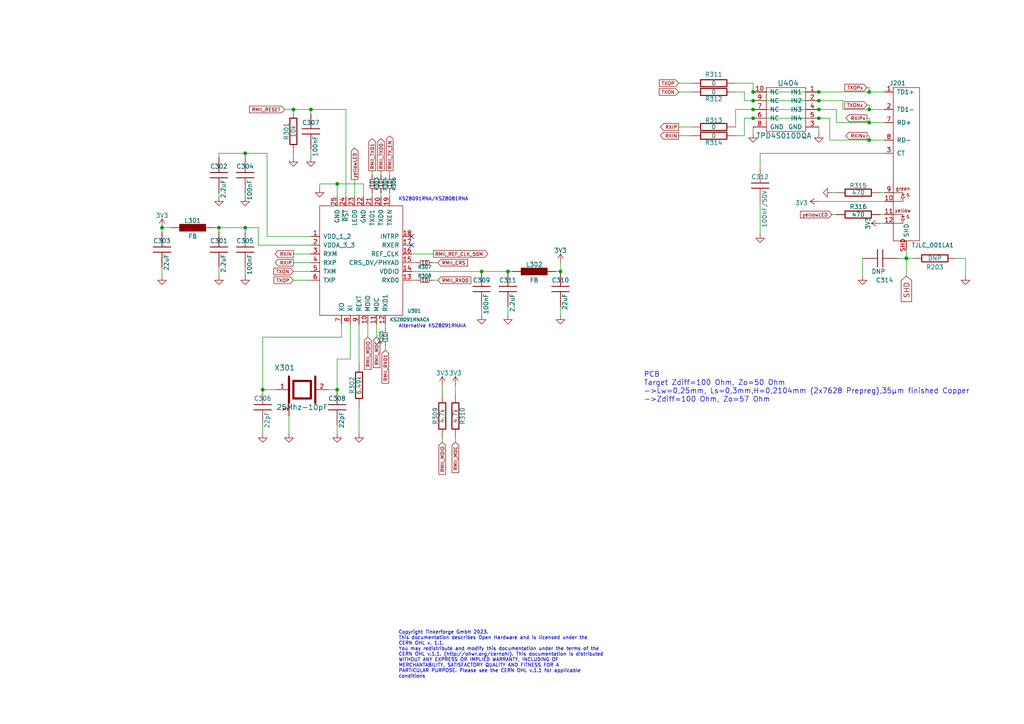
<source format=kicad_sch>
(kicad_sch (version 20230121) (generator eeschema)
  (paper "A4")
  (title_block (title "WARP ESP32 Ethernet Brick") (date "2024-02-01") (rev "1.3") (company "Tinkerforge GmbH") (comment 1 "Licensed under CERN OHL v.1.1") (comment 2 "Copyright (©) 2023, B.Nordmeyer <bastian@tinkerforge.com>"))
  (lib_symbols
    (symbol "C_10" (pin_numbers hide) (pin_names (offset 0.254))
      (property "Reference" "C" (at 1.27 2.54 0))
      (property "Value" "C_10" (at 1.27 -2.54 0))
      (symbol "C_10_0_1"
        (polyline (pts (xy -2.54 -0.762) (xy 2.54 -0.762)) (stroke (width 0.254)))
        (polyline (pts (xy -2.54 0.762) (xy 2.54 0.762)) (stroke (width 0.254)))
      )
      (symbol "C_10_1_1"
        (pin passive line (at 0 5.08 270) (length 4.318) (name "~") (number "1"))
        (pin passive line (at 0 -5.08 90) (length 4.318) (name "~") (number "2"))
      )
    )
    (symbol "C_11" (pin_numbers hide) (pin_names (offset 0.254))
      (property "Reference" "C" (at 1.27 2.54 0))
      (property "Value" "C_11" (at 1.27 -2.54 0))
      (symbol "C_11_0_1"
        (polyline (pts (xy -2.54 -0.762) (xy 2.54 -0.762)) (stroke (width 0.254)))
        (polyline (pts (xy -2.54 0.762) (xy 2.54 0.762)) (stroke (width 0.254)))
      )
      (symbol "C_11_1_1"
        (pin passive line (at 0 5.08 270) (length 4.318) (name "~") (number "1"))
        (pin passive line (at 0 -5.08 90) (length 4.318) (name "~") (number "2"))
      )
    )
    (symbol "C_12" (pin_numbers hide) (pin_names (offset 0.254))
      (property "Reference" "C" (at 1.27 2.54 0))
      (property "Value" "C_12" (at 1.27 -2.54 0))
      (symbol "C_12_0_1"
        (polyline (pts (xy -2.54 -0.762) (xy 2.54 -0.762)) (stroke (width 0.254)))
        (polyline (pts (xy -2.54 0.762) (xy 2.54 0.762)) (stroke (width 0.254)))
      )
      (symbol "C_12_1_1"
        (pin passive line (at 0 5.08 270) (length 4.318) (name "~") (number "1"))
        (pin passive line (at 0 -5.08 90) (length 4.318) (name "~") (number "2"))
      )
    )
    (symbol "C_13" (pin_numbers hide) (pin_names (offset 0.254))
      (property "Reference" "C" (at 1.27 2.54 0))
      (property "Value" "C_13" (at 1.27 -2.54 0))
      (symbol "C_13_0_1"
        (polyline (pts (xy -2.54 -0.762) (xy 2.54 -0.762)) (stroke (width 0.254)))
        (polyline (pts (xy -2.54 0.762) (xy 2.54 0.762)) (stroke (width 0.254)))
      )
      (symbol "C_13_1_1"
        (pin passive line (at 0 5.08 270) (length 4.318) (name "~") (number "1"))
        (pin passive line (at 0 -5.08 90) (length 4.318) (name "~") (number "2"))
      )
    )
    (symbol "C_2" (pin_numbers hide) (pin_names (offset 0.254))
      (property "Reference" "C" (at 1.27 2.54 0))
      (property "Value" "C_2" (at 1.27 -2.54 0))
      (symbol "C_2_0_1"
        (polyline (pts (xy -2.54 -0.762) (xy 2.54 -0.762)) (stroke (width 0.254)))
        (polyline (pts (xy -2.54 0.762) (xy 2.54 0.762)) (stroke (width 0.254)))
      )
      (symbol "C_2_1_1"
        (pin passive line (at 0 5.08 270) (length 4.318) (name "~") (number "1"))
        (pin passive line (at 0 -5.08 90) (length 4.318) (name "~") (number "2"))
      )
    )
    (symbol "C_3" (pin_numbers hide) (pin_names (offset 0.254))
      (property "Reference" "C" (at 1.27 2.54 0))
      (property "Value" "C_3" (at 1.27 -2.54 0))
      (symbol "C_3_0_1"
        (polyline (pts (xy -2.54 -0.762) (xy 2.54 -0.762)) (stroke (width 0.254)))
        (polyline (pts (xy -2.54 0.762) (xy 2.54 0.762)) (stroke (width 0.254)))
      )
      (symbol "C_3_1_1"
        (pin passive line (at 0 5.08 270) (length 4.318) (name "~") (number "1"))
        (pin passive line (at 0 -5.08 90) (length 4.318) (name "~") (number "2"))
      )
    )
    (symbol "C_4" (pin_numbers hide) (pin_names (offset 0.254))
      (property "Reference" "C" (at 1.27 2.54 0))
      (property "Value" "C_4" (at 1.27 -2.54 0))
      (symbol "C_4_0_1"
        (polyline (pts (xy -2.54 -0.762) (xy 2.54 -0.762)) (stroke (width 0.254)))
        (polyline (pts (xy -2.54 0.762) (xy 2.54 0.762)) (stroke (width 0.254)))
      )
      (symbol "C_4_1_1"
        (pin passive line (at 0 5.08 270) (length 4.318) (name "~") (number "1"))
        (pin passive line (at 0 -5.08 90) (length 4.318) (name "~") (number "2"))
      )
    )
    (symbol "C_5" (pin_numbers hide) (pin_names (offset 0.254))
      (property "Reference" "C" (at 1.27 2.54 0))
      (property "Value" "C_5" (at 1.27 -2.54 0))
      (symbol "C_5_0_1"
        (polyline (pts (xy -2.54 -0.762) (xy 2.54 -0.762)) (stroke (width 0.254)))
        (polyline (pts (xy -2.54 0.762) (xy 2.54 0.762)) (stroke (width 0.254)))
      )
      (symbol "C_5_1_1"
        (pin passive line (at 0 5.08 270) (length 4.318) (name "~") (number "1"))
        (pin passive line (at 0 -5.08 90) (length 4.318) (name "~") (number "2"))
      )
    )
    (symbol "C_6" (pin_numbers hide) (pin_names (offset 0.254))
      (property "Reference" "C" (at 1.27 2.54 0))
      (property "Value" "C_6" (at 1.27 -2.54 0))
      (symbol "C_6_0_1"
        (polyline (pts (xy -2.54 -0.762) (xy 2.54 -0.762)) (stroke (width 0.254)))
        (polyline (pts (xy -2.54 0.762) (xy 2.54 0.762)) (stroke (width 0.254)))
      )
      (symbol "C_6_1_1"
        (pin passive line (at 0 5.08 270) (length 4.318) (name "~") (number "1"))
        (pin passive line (at 0 -5.08 90) (length 4.318) (name "~") (number "2"))
      )
    )
    (symbol "C_7" (pin_numbers hide) (pin_names (offset 0.254))
      (property "Reference" "C" (at 1.27 2.54 0))
      (property "Value" "C_7" (at 1.27 -2.54 0))
      (symbol "C_7_0_1"
        (polyline (pts (xy -2.54 -0.762) (xy 2.54 -0.762)) (stroke (width 0.254)))
        (polyline (pts (xy -2.54 0.762) (xy 2.54 0.762)) (stroke (width 0.254)))
      )
      (symbol "C_7_1_1"
        (pin passive line (at 0 5.08 270) (length 4.318) (name "~") (number "1"))
        (pin passive line (at 0 -5.08 90) (length 4.318) (name "~") (number "2"))
      )
    )
    (symbol "C_8" (pin_numbers hide) (pin_names (offset 0.254))
      (property "Reference" "C" (at 1.27 2.54 0))
      (property "Value" "C_8" (at 1.27 -2.54 0))
      (symbol "C_8_0_1"
        (polyline (pts (xy -2.54 -0.762) (xy 2.54 -0.762)) (stroke (width 0.254)))
        (polyline (pts (xy -2.54 0.762) (xy 2.54 0.762)) (stroke (width 0.254)))
      )
      (symbol "C_8_1_1"
        (pin passive line (at 0 5.08 270) (length 4.318) (name "~") (number "1"))
        (pin passive line (at 0 -5.08 90) (length 4.318) (name "~") (number "2"))
      )
    )
    (symbol "C_9" (pin_numbers hide) (pin_names (offset 0.254))
      (property "Reference" "C" (at 1.27 2.54 0))
      (property "Value" "C_9" (at 1.27 -2.54 0))
      (symbol "C_9_0_1"
        (polyline (pts (xy -2.54 -0.762) (xy 2.54 -0.762)) (stroke (width 0.254)))
        (polyline (pts (xy -2.54 0.762) (xy 2.54 0.762)) (stroke (width 0.254)))
      )
      (symbol "C_9_1_1"
        (pin passive line (at 0 5.08 270) (length 4.318) (name "~") (number "1"))
        (pin passive line (at 0 -5.08 90) (length 4.318) (name "~") (number "2"))
      )
    )
    (symbol "INDUCT_1" (pin_numbers hide) (pin_names (offset 0))
      (property "Reference" "L" (at 2.032 0 90))
      (property "Value" "INDUCT_1" (at -2.54 0 90))
      (symbol "INDUCT_1_0_1"
        (rectangle (start -1.016 3.81) (end 1.016 -3.81) (fill (type outline)))
      )
      (symbol "INDUCT_1_1_1"
        (pin passive line (at 0 6.35 270) (length 2.54) (name "~") (number "1"))
        (pin passive line (at 0 -6.35 90) (length 2.54) (name "~") (number "2"))
      )
    )
    (symbol "R_1" (pin_numbers hide) (pin_names (offset 0))
      (property "Reference" "R" (at 2.032 0 90))
      (property "Value" "R_1" (at 0 0 90))
      (symbol "R_1_0_1"
        (rectangle (start -1.016 3.81) (end 1.016 -3.81) (stroke (width 0.3048)))
      )
      (symbol "R_1_1_1"
        (pin passive line (at 0 6.35 270) (length 2.54) (name "~") (number "1"))
        (pin passive line (at 0 -6.35 90) (length 2.54) (name "~") (number "2"))
      )
    )
    (symbol "R_2" (pin_numbers hide) (pin_names (offset 0))
      (property "Reference" "R" (at 2.032 0 90))
      (property "Value" "R_2" (at 0 0 90))
      (symbol "R_2_0_1"
        (rectangle (start -1.016 3.81) (end 1.016 -3.81) (stroke (width 0.3048)))
      )
      (symbol "R_2_1_1"
        (pin passive line (at 0 6.35 270) (length 2.54) (name "~") (number "1"))
        (pin passive line (at 0 -6.35 90) (length 2.54) (name "~") (number "2"))
      )
    )
    (symbol "R_3" (pin_numbers hide) (pin_names (offset 0))
      (property "Reference" "R" (at 2.032 0 90))
      (property "Value" "R_3" (at 0 0 90))
      (symbol "R_3_0_1"
        (rectangle (start -1.016 3.81) (end 1.016 -3.81) (stroke (width 0.3048)))
      )
      (symbol "R_3_1_1"
        (pin passive line (at 0 6.35 270) (length 2.54) (name "~") (number "1"))
        (pin passive line (at 0 -6.35 90) (length 2.54) (name "~") (number "2"))
      )
    )
    (symbol "R_4" (pin_numbers hide) (pin_names (offset 0))
      (property "Reference" "R" (at 2.032 0 90))
      (property "Value" "R_4" (at 0 0 90))
      (symbol "R_4_0_1"
        (rectangle (start -1.016 3.81) (end 1.016 -3.81) (stroke (width 0.3048)))
      )
      (symbol "R_4_1_1"
        (pin passive line (at 0 6.35 270) (length 2.54) (name "~") (number "1"))
        (pin passive line (at 0 -6.35 90) (length 2.54) (name "~") (number "2"))
      )
    )
    (symbol "R_5" (pin_numbers hide) (pin_names (offset 0))
      (property "Reference" "R" (at 2.032 0 90))
      (property "Value" "R_5" (at 0 0 90))
      (symbol "R_5_0_1"
        (rectangle (start -1.016 3.81) (end 1.016 -3.81) (stroke (width 0.3048)))
      )
      (symbol "R_5_1_1"
        (pin passive line (at 0 6.35 270) (length 2.54) (name "~") (number "1"))
        (pin passive line (at 0 -6.35 90) (length 2.54) (name "~") (number "2"))
      )
    )
    (symbol "R_6" (pin_numbers hide) (pin_names (offset 0))
      (property "Reference" "R" (at 2.032 0 90))
      (property "Value" "R_6" (at 0 0 90))
      (symbol "R_6_0_1"
        (rectangle (start -1.016 3.81) (end 1.016 -3.81) (stroke (width 0.3048)))
      )
      (symbol "R_6_1_1"
        (pin passive line (at 0 6.35 270) (length 2.54) (name "~") (number "1"))
        (pin passive line (at 0 -6.35 90) (length 2.54) (name "~") (number "2"))
      )
    )
    (symbol "R_7" (pin_numbers hide) (pin_names (offset 0))
      (property "Reference" "R" (at 2.032 0 90))
      (property "Value" "R_7" (at 0 0 90))
      (symbol "R_7_0_1"
        (rectangle (start -1.016 3.81) (end 1.016 -3.81) (stroke (width 0.3048)))
      )
      (symbol "R_7_1_1"
        (pin passive line (at 0 6.35 270) (length 2.54) (name "~") (number "1"))
        (pin passive line (at 0 -6.35 90) (length 2.54) (name "~") (number "2"))
      )
    )
    (symbol "R_8" (pin_numbers hide) (pin_names (offset 0))
      (property "Reference" "R" (at 2.032 0 90))
      (property "Value" "R_8" (at 0 0 90))
      (symbol "R_8_0_1"
        (rectangle (start -1.016 3.81) (end 1.016 -3.81) (stroke (width 0.3048)))
      )
      (symbol "R_8_1_1"
        (pin passive line (at 0 6.35 270) (length 2.54) (name "~") (number "1"))
        (pin passive line (at 0 -6.35 90) (length 2.54) (name "~") (number "2"))
      )
    )
    (symbol "R_9" (pin_numbers hide) (pin_names (offset 0))
      (property "Reference" "R" (at 2.032 0 90))
      (property "Value" "R_9" (at 0 0 90))
      (symbol "R_9_0_1"
        (rectangle (start -1.016 3.81) (end 1.016 -3.81) (stroke (width 0.3048)))
      )
      (symbol "R_9_1_1"
        (pin passive line (at 0 6.35 270) (length 2.54) (name "~") (number "1"))
        (pin passive line (at 0 -6.35 90) (length 2.54) (name "~") (number "2"))
      )
    )
    (symbol "Rs_1" (pin_numbers hide) (pin_names (offset 0))
      (property "Reference" "R" (at 1.27 0 90))
      (property "Value" "Rs_1" (at 0 0 90))
      (symbol "Rs_1_0_1"
        (rectangle (start -0.635 1.27) (end 0.635 -1.27))
      )
      (symbol "Rs_1_1_1"
        (pin passive line (at 0 2.54 270) (length 1.27) (name "~") (number "1"))
        (pin passive line (at 0 -2.54 90) (length 1.27) (name "~") (number "2"))
      )
    )
    (symbol "Rs_2" (pin_numbers hide) (pin_names (offset 0))
      (property "Reference" "R" (at 1.27 0 90))
      (property "Value" "Rs_2" (at 0 0 90))
      (symbol "Rs_2_0_1"
        (rectangle (start -0.635 1.27) (end 0.635 -1.27))
      )
      (symbol "Rs_2_1_1"
        (pin passive line (at 0 2.54 270) (length 1.27) (name "~") (number "1"))
        (pin passive line (at 0 -2.54 90) (length 1.27) (name "~") (number "2"))
      )
    )
    (symbol "Rs_3" (pin_numbers hide) (pin_names (offset 0))
      (property "Reference" "R" (at 1.27 0 90))
      (property "Value" "Rs_3" (at 0 0 90))
      (symbol "Rs_3_0_1"
        (rectangle (start -0.635 1.27) (end 0.635 -1.27))
      )
      (symbol "Rs_3_1_1"
        (pin passive line (at 0 2.54 270) (length 1.27) (name "~") (number "1"))
        (pin passive line (at 0 -2.54 90) (length 1.27) (name "~") (number "2"))
      )
    )
    (symbol "Rs_4" (pin_numbers hide) (pin_names (offset 0))
      (property "Reference" "R" (at 1.27 0 90))
      (property "Value" "Rs_4" (at 0 0 90))
      (symbol "Rs_4_0_1"
        (rectangle (start -0.635 1.27) (end 0.635 -1.27))
      )
      (symbol "Rs_4_1_1"
        (pin passive line (at 0 2.54 270) (length 1.27) (name "~") (number "1"))
        (pin passive line (at 0 -2.54 90) (length 1.27) (name "~") (number "2"))
      )
    )
    (symbol "Rs_5" (pin_numbers hide) (pin_names (offset 0))
      (property "Reference" "R" (at 1.27 0 90))
      (property "Value" "Rs_5" (at 0 0 90))
      (symbol "Rs_5_0_1"
        (rectangle (start -0.635 1.27) (end 0.635 -1.27))
      )
      (symbol "Rs_5_1_1"
        (pin passive line (at 0 2.54 270) (length 1.27) (name "~") (number "1"))
        (pin passive line (at 0 -2.54 90) (length 1.27) (name "~") (number "2"))
      )
    )
    (symbol "tinkerforge:3V3" (power) (pin_names (offset 0))
      (property "Value" "3V3" (at 0 3.556 0))
      (symbol "3V3_0_1"
        (polyline (pts (xy -0.762 1.27) (xy 0 2.54)))
        (polyline (pts (xy 0 0) (xy 0 2.54)))
        (polyline (pts (xy 0 2.54) (xy 0.762 1.27)))
      )
      (symbol "3V3_1_1"
        (pin power_in line (at 0 0 90) (length 0) hide (name "3V3") (number "1"))
      )
    )
    (symbol "tinkerforge:C" (pin_numbers hide) (pin_names (offset 0.254))
      (property "Reference" "C" (at 1.27 2.54 0))
      (property "Value" "C" (at 1.27 -2.54 0))
      (symbol "C_0_1"
        (polyline (pts (xy -2.54 -0.762) (xy 2.54 -0.762)) (stroke (width 0.254)))
        (polyline (pts (xy -2.54 0.762) (xy 2.54 0.762)) (stroke (width 0.254)))
      )
      (symbol "C_1_1"
        (pin passive line (at 0 5.08 270) (length 4.318) (name "~") (number "1"))
        (pin passive line (at 0 -5.08 90) (length 4.318) (name "~") (number "2"))
      )
    )
    (symbol "tinkerforge:CRYSTAL_3225" (pin_names (offset 1.016))
      (property "Reference" "X" (at -5.08 6.35 0))
      (property "Value" "CRYSTAL_3225" (at 6.35 -6.35 0))
      (symbol "CRYSTAL_3225_0_1"
        (rectangle (start -2.54 2.54) (end 2.54 -2.54) (stroke (width 0.635)))
      )
      (symbol "CRYSTAL_3225_1_1"
        (polyline (pts (xy -3.81 3.81) (xy -3.81 -3.81) (xy -3.81 -3.81)) (stroke (width 0.635)))
        (polyline (pts (xy 3.81 3.81) (xy 3.81 -3.81) (xy 3.81 -3.81)) (stroke (width 0.635)))
        (pin passive line (at -7.62 0 0) (length 3.81) (name "~") (number "1"))
        (pin passive line (at 7.62 0 180) (length 3.81) (name "~") (number "2"))
        (pin passive line (at -3.81 -7.62 90) (length 3.81) (name "~") (number "3"))
      )
    )
    (symbol "tinkerforge:GND" (power) (pin_names (offset 0))
      (property "Value" "GND" (at 0 -5.08 0))
      (symbol "GND_0_1"
        (polyline (pts (xy 0 0) (xy 0 -1.27) (xy 1.27 -1.27) (xy 0 -2.54) (xy -1.27 -1.27) (xy 0 -1.27)))
      )
      (symbol "GND_1_1"
        (pin power_in line (at 0 0 270) (length 0) hide (name "GND") (number "1"))
      )
    )
    (symbol "tinkerforge:INDUCT" (pin_numbers hide) (pin_names (offset 0))
      (property "Reference" "L" (at 2.032 0 90))
      (property "Value" "INDUCT" (at -2.54 0 90))
      (symbol "INDUCT_0_1"
        (rectangle (start -1.016 3.81) (end 1.016 -3.81) (fill (type outline)))
      )
      (symbol "INDUCT_1_1"
        (pin passive line (at 0 6.35 270) (length 2.54) (name "~") (number "1"))
        (pin passive line (at 0 -6.35 90) (length 2.54) (name "~") (number "2"))
      )
    )
    (symbol "tinkerforge:KSZ80X1RNA" (pin_names (offset 1.016))
      (property "Reference" "U" (at -16.51 13.97 0))
      (property "Value" "KSZ80X1RNA" (at 12.7 -17.78 0))
      (symbol "KSZ80X1RNA_0_1"
        (rectangle (start -12.7 15.24) (end 11.43 -16.51))
      )
      (symbol "KSZ80X1RNA_1_1"
        (pin passive line (at -15.24 6.35 0) (length 2.54) (name "VDD_1_2") (number "1"))
        (pin passive line (at 1.27 -19.05 90) (length 2.54) (name "MDIO") (number "10"))
        (pin passive line (at 3.81 -19.05 90) (length 2.54) (name "MDC") (number "11"))
        (pin passive line (at 6.35 -19.05 90) (length 2.54) (name "RXD1") (number "12"))
        (pin passive line (at 13.97 -6.35 180) (length 2.54) (name "RXD0") (number "13"))
        (pin passive line (at 13.97 -3.81 180) (length 2.54) (name "VDDIO") (number "14"))
        (pin passive line (at 13.97 -1.27 180) (length 2.54) (name "CRS_DV/PHYAD") (number "15"))
        (pin passive line (at 13.97 1.27 180) (length 2.54) (name "REF_CLK") (number "16"))
        (pin passive line (at 13.97 3.81 180) (length 2.54) (name "RXER") (number "17"))
        (pin passive line (at 13.97 6.35 180) (length 2.54) (name "INTRP") (number "18"))
        (pin passive line (at 7.62 17.78 270) (length 2.54) (name "TXEN") (number "19"))
        (pin passive line (at -15.24 3.81 0) (length 2.54) (name "VDDA_3_3") (number "2"))
        (pin passive line (at 5.08 17.78 270) (length 2.54) (name "TXD0") (number "20"))
        (pin passive line (at 2.54 17.78 270) (length 2.54) (name "TXD1") (number "21"))
        (pin passive line (at 0 17.78 270) (length 2.54) (name "GND") (number "22"))
        (pin passive line (at -2.54 17.78 270) (length 2.54) (name "LED0") (number "23"))
        (pin passive line (at -5.08 17.78 270) (length 2.54) (name "~{RST}") (number "24"))
        (pin passive line (at -7.62 17.78 270) (length 2.54) (name "GND") (number "25"))
        (pin passive line (at -15.24 1.27 0) (length 2.54) (name "RXM") (number "3"))
        (pin passive line (at -15.24 -1.27 0) (length 2.54) (name "RXP") (number "4"))
        (pin passive line (at -15.24 -3.81 0) (length 2.54) (name "TXM") (number "5"))
        (pin passive line (at -15.24 -6.35 0) (length 2.54) (name "TXP") (number "6"))
        (pin passive line (at -6.35 -19.05 90) (length 2.54) (name "XO") (number "7"))
        (pin passive line (at -3.81 -19.05 90) (length 2.54) (name "XI") (number "8"))
        (pin passive line (at -1.27 -19.05 90) (length 2.54) (name "REXT") (number "9"))
      )
    )
    (symbol "tinkerforge:R" (pin_numbers hide) (pin_names (offset 0))
      (property "Reference" "R" (at 2.032 0 90))
      (property "Value" "R" (at 0 0 90))
      (symbol "R_0_1"
        (rectangle (start -1.016 3.81) (end 1.016 -3.81) (stroke (width 0.3048)))
      )
      (symbol "R_1_1"
        (pin passive line (at 0 6.35 270) (length 2.54) (name "~") (number "1"))
        (pin passive line (at 0 -6.35 90) (length 2.54) (name "~") (number "2"))
      )
    )
    (symbol "tinkerforge:Rs" (pin_numbers hide) (pin_names (offset 0))
      (property "Reference" "R" (at 1.27 0 90))
      (property "Value" "Rs" (at 0 0 90))
      (symbol "Rs_0_1"
        (rectangle (start -0.635 1.27) (end 0.635 -1.27))
      )
      (symbol "Rs_1_1"
        (pin passive line (at 0 2.54 270) (length 1.27) (name "~") (number "1"))
        (pin passive line (at 0 -2.54 90) (length 1.27) (name "~") (number "2"))
      )
    )
    (symbol "tinkerforge:TJLC_001LA1" (pin_names (offset 1.016))
      (property "Reference" "J" (at -2.54 13.97 0))
      (property "Value" "TJLC_001LA1" (at 7.62 -33.02 0))
      (symbol "TJLC_001LA1_0_0"
        (text "green" (at -1.016 -16.637 0) (effects (font (size 0.9906 0.9906))))
        (text "yellow" (at -1.016 -22.987 0) (effects (font (size 0.9906 0.9906))))
      )
      (symbol "TJLC_001LA1_0_1"
        (polyline (pts (xy -1.524 -18.288) (xy -0.508 -18.288)))
        (polyline (pts (xy 0 -18.542) (xy 0.508 -18.034)))
        (polyline (pts (xy 0.254 -19.05) (xy 0.762 -18.542)))
        (polyline (pts (xy 0.254 -18.034) (xy 0.508 -18.034)))
        (polyline (pts (xy 0.508 -18.542) (xy 0.762 -18.542)))
        (polyline (pts (xy 0.508 -18.034) (xy 0.508 -18.288)))
        (polyline (pts (xy 0.762 -18.542) (xy 0.762 -18.796)))
        (polyline (pts (xy -3.81 -17.78) (xy -1.016 -17.78) (xy -1.016 -18.288)))
        (polyline (pts (xy -3.81 -20.32) (xy -1.016 -20.32) (xy -1.016 -19.304) (xy -1.524 -19.304) (xy -1.016 -18.288) (xy -0.508 -19.304) (xy -1.016 -19.304)))
        (rectangle (start 3.81 -31.75) (end -3.81 12.7))
      )
      (symbol "TJLC_001LA1_1_1"
        (polyline (pts (xy -1.524 -24.638) (xy -0.508 -24.638)))
        (polyline (pts (xy 0 -24.892) (xy 0.508 -24.384)))
        (polyline (pts (xy 0.254 -25.4) (xy 0.762 -24.892)))
        (polyline (pts (xy 0.254 -24.384) (xy 0.508 -24.384)))
        (polyline (pts (xy 0.508 -24.892) (xy 0.762 -24.892)))
        (polyline (pts (xy 0.508 -24.384) (xy 0.508 -24.638)))
        (polyline (pts (xy 0.762 -24.892) (xy 0.762 -25.146)))
        (polyline (pts (xy -3.81 -24.13) (xy -1.016 -24.13) (xy -1.016 -24.638)))
        (polyline (pts (xy -3.81 -26.67) (xy -1.016 -26.67) (xy -1.016 -25.654) (xy -1.524 -25.654) (xy -1.016 -24.638) (xy -0.508 -25.654) (xy -1.016 -25.654)))
        (pin passive line (at -6.35 11.43 0) (length 2.54) (name "TD1+") (number "1"))
        (pin passive line (at -6.35 -20.32 0) (length 2.54) (name "~") (number "10"))
        (pin passive line (at -6.35 -24.13 0) (length 2.54) (name "~") (number "11"))
        (pin passive line (at -6.35 -26.67 0) (length 2.54) (name "~") (number "12"))
        (pin passive line (at -6.35 6.35 0) (length 2.54) (name "TD1-") (number "2"))
        (pin passive line (at -6.35 -6.35 0) (length 2.54) (name "CT") (number "3"))
        (pin passive line (at -6.35 2.54 0) (length 2.54) (name "RD+") (number "7"))
        (pin passive line (at -6.35 -2.54 0) (length 2.54) (name "RD-") (number "8"))
        (pin passive line (at -6.35 -17.78 0) (length 2.54) (name "~") (number "9"))
        (pin passive line (at 0 -34.29 90) (length 2.54) (name "SHD") (number "SHD"))
      )
    )
    (symbol "tinkerforge:TPD4S010DQA" (pin_names (offset 1.016))
      (property "Reference" "U" (at -5.08 8.89 0))
      (property "Value" "TPD4S010DQA" (at 0 -8.89 0))
      (symbol "TPD4S010DQA_0_1"
        (rectangle (start -6.35 6.35) (end 5.08 -6.35))
      )
      (symbol "TPD4S010DQA_1_1"
        (pin input line (at -10.16 5.08 0) (length 3.81) (name "IN1") (number "1"))
        (pin passive line (at 8.89 5.08 180) (length 3.81) (name "NC") (number "10"))
        (pin input line (at -10.16 2.54 0) (length 3.81) (name "IN2") (number "2"))
        (pin passive line (at -10.16 -5.08 0) (length 3.81) (name "GND") (number "3"))
        (pin input line (at -10.16 0 0) (length 3.81) (name "IN3") (number "4"))
        (pin input line (at -10.16 -2.54 0) (length 3.81) (name "IN4") (number "5"))
        (pin passive line (at 8.89 -2.54 180) (length 3.81) (name "NC") (number "6"))
        (pin passive line (at 8.89 0 180) (length 3.81) (name "NC") (number "7"))
        (pin passive line (at 8.89 -5.08 180) (length 3.81) (name "GND") (number "8"))
        (pin passive line (at 8.89 2.54 180) (length 3.81) (name "NC") (number "9"))
      )
    )
  )
  (junction (at 252.095 26.67))
  (junction (at 218.44 29.21))
  (junction (at 90.17 31.75))
  (junction (at 97.79 113.03))
  (junction (at 237.49 29.21))
  (junction (at 237.49 26.67))
  (junction (at 218.44 26.67))
  (junction (at 76.2 113.03))
  (junction (at 139.7 78.74))
  (junction (at 85.09 31.75))
  (junction (at 63.5 66.04))
  (junction (at 262.89 74.93))
  (junction (at 218.44 31.75))
  (junction (at 237.49 31.75))
  (junction (at 147.32 78.74))
  (junction (at 252.095 31.75))
  (junction (at 252.095 40.64))
  (junction (at 97.79 53.34))
  (junction (at 71.12 66.04))
  (junction (at 252.095 35.56))
  (junction (at 46.99 66.04))
  (junction (at 162.56 78.74))
  (junction (at 218.44 34.29))
  (junction (at 237.49 34.29))
  (junction (at 71.12 44.45))
  (no_connect (at 119.38 68.58))
  (no_connect (at 119.38 71.12))
  (wire (pts (xy 200.66 26.67) (xy 196.85 26.67)))
  (wire (pts (xy 71.12 57.15) (xy 71.12 55.88)))
  (wire (pts (xy 77.47 68.58) (xy 90.17 68.58)))
  (wire (pts (xy 101.6 93.98) (xy 101.6 104.14)))
  (wire (pts (xy 97.79 104.14) (xy 97.79 113.03)))
  (wire (pts (xy 128.27 128.27) (xy 128.27 127)))
  (wire (pts (xy 46.99 66.04) (xy 46.99 67.31)))
  (wire (pts (xy 240.665 40.64) (xy 252.095 40.64)))
  (wire (pts (xy 251.46 25.4) (xy 252.095 25.4)))
  (wire (pts (xy 90.17 71.12) (xy 74.93 71.12)))
  (wire (pts (xy 218.44 26.67) (xy 237.49 26.67)))
  (wire (pts (xy 106.68 97.79) (xy 106.68 93.98)))
  (wire (pts (xy 215.9 29.21) (xy 215.9 26.67)))
  (wire (pts (xy 220.472 67.818) (xy 220.472 58.928)))
  (wire (pts (xy 77.47 44.45) (xy 77.47 68.58)))
  (wire (pts (xy 119.38 78.74) (xy 139.7 78.74)))
  (wire (pts (xy 85.09 31.75) (xy 82.55 31.75)))
  (wire (pts (xy 74.93 66.04) (xy 74.93 71.12)))
  (wire (pts (xy 252.095 26.67) (xy 256.54 26.67)))
  (wire (pts (xy 132.08 128.27) (xy 132.08 127)))
  (wire (pts (xy 90.17 81.28) (xy 85.09 81.28)))
  (wire (pts (xy 46.99 66.04) (xy 49.53 66.04)))
  (wire (pts (xy 161.29 78.74) (xy 162.56 78.74)))
  (wire (pts (xy 97.79 53.34) (xy 92.71 53.34)))
  (wire (pts (xy 113.03 50.8) (xy 113.03 49.53)))
  (wire (pts (xy 237.49 58.42) (xy 256.54 58.42)))
  (wire (pts (xy 244.475 31.75) (xy 244.475 29.21)))
  (wire (pts (xy 220.472 44.45) (xy 220.472 48.768)))
  (wire (pts (xy 102.87 57.15) (xy 102.87 52.07)))
  (wire (pts (xy 63.5 77.47) (xy 63.5 80.01)))
  (wire (pts (xy 120.65 81.28) (xy 119.38 81.28)))
  (wire (pts (xy 107.95 57.15) (xy 107.95 55.88)))
  (wire (pts (xy 92.71 53.34) (xy 92.71 54.61)))
  (wire (pts (xy 255.27 62.23) (xy 256.54 62.23)))
  (wire (pts (xy 99.06 93.98) (xy 99.06 97.79)))
  (wire (pts (xy 85.09 78.74) (xy 90.17 78.74)))
  (wire (pts (xy 120.65 76.2) (xy 119.38 76.2)))
  (wire (pts (xy 256.54 55.88) (xy 255.27 55.88)))
  (wire (pts (xy 104.14 105.41) (xy 104.14 93.98)))
  (wire (pts (xy 128.27 114.3) (xy 128.27 111.76)))
  (wire (pts (xy 63.5 57.15) (xy 63.5 55.88)))
  (wire (pts (xy 110.49 50.8) (xy 110.49 49.53)))
  (wire (pts (xy 71.12 80.01) (xy 71.12 77.47)))
  (wire (pts (xy 105.41 57.15) (xy 105.41 53.34)))
  (wire (pts (xy 76.2 97.79) (xy 76.2 113.03)))
  (wire (pts (xy 90.17 45.72) (xy 90.17 43.18)))
  (wire (pts (xy 83.82 125.73) (xy 83.82 120.65)))
  (wire (pts (xy 76.2 125.73) (xy 76.2 123.19)))
  (wire (pts (xy 119.38 73.66) (xy 125.73 73.66)))
  (wire (pts (xy 147.32 91.44) (xy 147.32 88.9)))
  (wire (pts (xy 90.17 76.2) (xy 85.09 76.2)))
  (wire (pts (xy 240.665 40.64) (xy 240.665 34.29)))
  (wire (pts (xy 162.56 91.44) (xy 162.56 88.9)))
  (wire (pts (xy 218.44 29.21) (xy 237.49 29.21)))
  (wire (pts (xy 63.5 45.72) (xy 63.5 44.45)))
  (wire (pts (xy 162.56 78.74) (xy 162.56 76.2)))
  (wire (pts (xy 277.495 74.93) (xy 280.035 74.93)))
  (wire (pts (xy 218.44 31.75) (xy 213.36 31.75)))
  (wire (pts (xy 252.095 39.37) (xy 252.095 40.64)))
  (wire (pts (xy 125.73 81.28) (xy 127 81.28)))
  (wire (pts (xy 196.85 36.83) (xy 200.66 36.83)))
  (wire (pts (xy 105.41 53.34) (xy 97.79 53.34)))
  (wire (pts (xy 111.76 95.25) (xy 111.76 93.98)))
  (wire (pts (xy 218.44 34.29) (xy 237.49 34.29)))
  (wire (pts (xy 242.57 31.75) (xy 237.49 31.75)))
  (wire (pts (xy 62.23 66.04) (xy 63.5 66.04)))
  (wire (pts (xy 139.7 91.44) (xy 139.7 88.9)))
  (wire (pts (xy 262.89 74.93) (xy 264.795 74.93)))
  (wire (pts (xy 139.7 78.74) (xy 147.32 78.74)))
  (wire (pts (xy 242.57 35.56) (xy 242.57 31.75)))
  (wire (pts (xy 110.49 57.15) (xy 110.49 55.88)))
  (wire (pts (xy 196.85 24.13) (xy 200.66 24.13)))
  (wire (pts (xy 242.57 55.88) (xy 241.3 55.88)))
  (wire (pts (xy 251.46 39.37) (xy 252.095 39.37)))
  (wire (pts (xy 252.095 35.56) (xy 256.54 35.56)))
  (wire (pts (xy 125.73 76.2) (xy 127 76.2)))
  (wire (pts (xy 100.33 31.75) (xy 90.17 31.75)))
  (wire (pts (xy 63.5 44.45) (xy 71.12 44.45)))
  (wire (pts (xy 252.095 34.29) (xy 252.095 35.56)))
  (wire (pts (xy 218.44 24.13) (xy 218.44 26.67)))
  (wire (pts (xy 85.09 45.72) (xy 85.09 44.45)))
  (wire (pts (xy 46.99 80.01) (xy 46.99 77.47)))
  (wire (pts (xy 262.89 74.93) (xy 262.89 80.01)))
  (wire (pts (xy 250.19 74.93) (xy 250.19 80.01)))
  (wire (pts (xy 215.9 26.67) (xy 213.36 26.67)))
  (wire (pts (xy 237.49 26.67) (xy 252.095 26.67)))
  (wire (pts (xy 100.33 57.15) (xy 100.33 31.75)))
  (wire (pts (xy 107.95 50.8) (xy 107.95 49.53)))
  (wire (pts (xy 244.475 31.75) (xy 252.095 31.75)))
  (wire (pts (xy 260.35 74.93) (xy 262.89 74.93)))
  (wire (pts (xy 104.14 125.73) (xy 104.14 118.11)))
  (wire (pts (xy 252.095 30.48) (xy 252.095 31.75)))
  (wire (pts (xy 148.59 78.74) (xy 147.32 78.74)))
  (wire (pts (xy 252.095 25.4) (xy 252.095 26.67)))
  (wire (pts (xy 113.03 57.15) (xy 113.03 55.88)))
  (wire (pts (xy 97.79 57.15) (xy 97.79 53.34)))
  (wire (pts (xy 220.472 44.45) (xy 256.54 44.45)))
  (wire (pts (xy 80.01 113.03) (xy 76.2 113.03)))
  (wire (pts (xy 240.665 34.29) (xy 237.49 34.29)))
  (wire (pts (xy 111.76 101.6) (xy 111.76 100.33)))
  (wire (pts (xy 251.46 30.48) (xy 252.095 30.48)))
  (wire (pts (xy 256.54 64.77) (xy 255.27 64.77)))
  (wire (pts (xy 237.49 36.83) (xy 237.49 38.735)))
  (wire (pts (xy 85.09 73.66) (xy 90.17 73.66)))
  (wire (pts (xy 218.44 29.21) (xy 215.9 29.21)))
  (wire (pts (xy 74.93 66.04) (xy 71.12 66.04)))
  (wire (pts (xy 90.17 33.02) (xy 90.17 31.75)))
  (wire (pts (xy 213.36 24.13) (xy 218.44 24.13)))
  (wire (pts (xy 63.5 66.04) (xy 63.5 67.31)))
  (wire (pts (xy 71.12 66.04) (xy 63.5 66.04)))
  (wire (pts (xy 241.3 62.23) (xy 242.57 62.23)))
  (wire (pts (xy 132.08 114.3) (xy 132.08 111.76)))
  (wire (pts (xy 242.57 35.56) (xy 252.095 35.56)))
  (wire (pts (xy 251.46 34.29) (xy 252.095 34.29)))
  (wire (pts (xy 215.9 39.37) (xy 215.9 34.29)))
  (wire (pts (xy 218.44 31.75) (xy 237.49 31.75)))
  (wire (pts (xy 99.06 97.79) (xy 76.2 97.79)))
  (wire (pts (xy 71.12 44.45) (xy 77.47 44.45)))
  (wire (pts (xy 213.36 31.75) (xy 213.36 36.83)))
  (wire (pts (xy 213.36 39.37) (xy 215.9 39.37)))
  (wire (pts (xy 252.095 31.75) (xy 256.54 31.75)))
  (wire (pts (xy 101.6 104.14) (xy 97.79 104.14)))
  (wire (pts (xy 215.9 34.29) (xy 218.44 34.29)))
  (wire (pts (xy 97.79 113.03) (xy 95.25 113.03)))
  (wire (pts (xy 218.44 36.83) (xy 218.44 38.735)))
  (wire (pts (xy 252.095 40.64) (xy 256.54 40.64)))
  (wire (pts (xy 71.12 45.72) (xy 71.12 44.45)))
  (wire (pts (xy 71.12 67.31) (xy 71.12 66.04)))
  (wire (pts (xy 196.85 39.37) (xy 200.66 39.37)))
  (wire (pts (xy 244.475 29.21) (xy 237.49 29.21)))
  (wire (pts (xy 109.22 97.79) (xy 109.22 93.98)))
  (wire (pts (xy 262.89 72.39) (xy 262.89 74.93)))
  (wire (pts (xy 90.17 31.75) (xy 85.09 31.75)))
  (wire (pts (xy 280.035 74.93) (xy 280.035 80.01)))
  (wire (pts (xy 97.79 125.73) (xy 97.79 123.19)))
  (text "KSZ8091RNA/KSZ8081RNA" (at 115.57 58.42 0) (effects (font (size 0.9906 0.9906)) (justify left bottom)))
  (text "PCB\nTarget Zdiff=100 Ohm, Zo=50 Ohm\n->Lw=0,25mm, Ls=0,3mm,H=0,2104mm (2x7628 Prepreg),35µm finished Copper\n->Zdiff=100 Ohm, Zo=57 Ohm" (at 186.69 116.84 0) (effects (font (size 1.4986 1.4986)) (justify left bottom)))
  (text "Alternative KSZ8091RNAIA" (at 115.57 95.25 0) (effects (font (size 0.9906 0.9906)) (justify left bottom)))
  (text "Copyright Tinkerforge GmbH 2023.\nThis documentation describes Open Hardware and is licensed under the\nCERN OHL v. 1.1.\nYou may redistribute and modify this documentation under the terms of the\nCERN OHL v.1.1. (http://ohwr.org/cernohl). This documentation is distributed\nWITHOUT ANY EXPRESS OR IMPLIED WARRANTY, INCLUDING OF\nMERCHANTABILITY, SATISFACTORY QUALITY AND FITNESS FOR A\nPARTICULAR PURPOSE. Please see the CERN OHL v.1.1 for applicable\nconditions" (at 115.57 196.85 0) (effects (font (size 0.9906 0.9906)) (justify left bottom)))
  (global_label "TXOP" (shape input) (at 85.09 81.28 180) (effects (font (size 0.9906 0.9906))) (property "Intersheetrefs" "${INTERSHEET_REFS}" (effects hide)))
  (global_label "yellowLED" (shape output) (at 102.87 52.07 90) (effects (font (size 0.9906 0.9906))) (property "Intersheetrefs" "${INTERSHEET_REFS}" (effects hide)))
  (global_label "RMII_TXD1" (shape output) (at 107.95 49.53 90) (effects (font (size 0.9906 0.9906))) (property "Intersheetrefs" "${INTERSHEET_REFS}" (effects hide)))
  (global_label "RXIN" (shape output) (at 85.09 73.66 180) (effects (font (size 0.9906 0.9906))) (property "Intersheetrefs" "${INTERSHEET_REFS}" (effects hide)))
  (global_label "TXOPx" (shape input) (at 251.46 25.4 180) (effects (font (size 0.9906 0.9906))) (property "Intersheetrefs" "${INTERSHEET_REFS}" (effects hide)))
  (global_label "RXINx" (shape output) (at 251.46 39.37 180) (effects (font (size 0.9906 0.9906))) (property "Intersheetrefs" "${INTERSHEET_REFS}" (effects hide)))
  (global_label "TXONx" (shape input) (at 251.46 30.48 180) (effects (font (size 0.9906 0.9906))) (property "Intersheetrefs" "${INTERSHEET_REFS}" (effects hide)))
  (global_label "RMII_MDIO" (shape input) (at 106.68 97.79 270) (effects (font (size 0.9906 0.9906))) (property "Intersheetrefs" "${INTERSHEET_REFS}" (effects hide)))
  (global_label "RXIP" (shape output) (at 196.85 36.83 180) (effects (font (size 0.9906 0.9906))) (property "Intersheetrefs" "${INTERSHEET_REFS}" (effects hide)))
  (global_label "RMII_RXD1" (shape input) (at 111.76 101.6 270) (effects (font (size 0.9906 0.9906))) (property "Intersheetrefs" "${INTERSHEET_REFS}" (effects hide)))
  (global_label "TXON" (shape input) (at 85.09 78.74 180) (effects (font (size 0.9906 0.9906))) (property "Intersheetrefs" "${INTERSHEET_REFS}" (effects hide)))
  (global_label "TXON" (shape input) (at 196.85 26.67 180) (effects (font (size 0.9906 0.9906))) (property "Intersheetrefs" "${INTERSHEET_REFS}" (effects hide)))
  (global_label "RMII_MDC" (shape input) (at 109.22 97.79 270) (effects (font (size 0.9906 0.9906))) (property "Intersheetrefs" "${INTERSHEET_REFS}" (effects hide)))
  (global_label "SHD" (shape input) (at 262.89 80.01 270) (effects (font (size 1.524 1.524))) (property "Intersheetrefs" "${INTERSHEET_REFS}" (effects hide)))
  (global_label "RMII_MDC" (shape input) (at 132.08 128.27 270) (effects (font (size 0.9906 0.9906))) (property "Intersheetrefs" "${INTERSHEET_REFS}" (effects hide)))
  (global_label "RMII_CRS" (shape input) (at 127 76.2 0) (effects (font (size 0.9906 0.9906))) (property "Intersheetrefs" "${INTERSHEET_REFS}" (effects hide)))
  (global_label "TXOP" (shape input) (at 196.85 24.13 180) (effects (font (size 0.9906 0.9906))) (property "Intersheetrefs" "${INTERSHEET_REFS}" (effects hide)))
  (global_label "RMII_MDIO" (shape input) (at 128.27 128.27 270) (effects (font (size 0.9906 0.9906))) (property "Intersheetrefs" "${INTERSHEET_REFS}" (effects hide)))
  (global_label "yellowLED" (shape input) (at 241.3 62.23 180) (effects (font (size 0.9906 0.9906))) (property "Intersheetrefs" "${INTERSHEET_REFS}" (effects hide)))
  (global_label "RXIN" (shape output) (at 196.85 39.37 180) (effects (font (size 0.9906 0.9906))) (property "Intersheetrefs" "${INTERSHEET_REFS}" (effects hide)))
  (global_label "RMII_RXD0" (shape input) (at 127 81.28 0) (effects (font (size 0.9906 0.9906))) (property "Intersheetrefs" "${INTERSHEET_REFS}" (effects hide)))
  (global_label "RMII_RESET" (shape input) (at 82.55 31.75 180) (effects (font (size 0.9906 0.9906))) (property "Intersheetrefs" "${INTERSHEET_REFS}" (effects hide)))
  (global_label "RXIPx" (shape output) (at 251.46 34.29 180) (effects (font (size 0.9906 0.9906))) (property "Intersheetrefs" "${INTERSHEET_REFS}" (effects hide)))
  (global_label "RXIP" (shape output) (at 85.09 76.2 180) (effects (font (size 0.9906 0.9906))) (property "Intersheetrefs" "${INTERSHEET_REFS}" (effects hide)))
  (global_label "RMII_REF_CLK_50M" (shape output) (at 125.73 73.66 0) (effects (font (size 0.9906 0.9906))) (property "Intersheetrefs" "${INTERSHEET_REFS}" (effects hide)))
  (global_label "RMII_TX_EN" (shape output) (at 113.03 49.53 90) (effects (font (size 0.9906 0.9906))) (property "Intersheetrefs" "${INTERSHEET_REFS}" (effects hide)))
  (global_label "RMII_TXD0" (shape output) (at 110.49 49.53 90) (effects (font (size 0.9906 0.9906))) (property "Intersheetrefs" "${INTERSHEET_REFS}" (effects hide)))
  (symbol (lib_id "tinkerforge:TJLC_001LA1") (at 262.89 38.1 0) (unit 1)
    (property "Reference" "J201" (at 260.35 24.13 0))
    (property "Value" "TJLC_001LA1" (at 270.51 71.12 0))
    (property "Footprint" "kicad-libraries:TJLC-001LA1" (effects hide))
  )
  (symbol (lib_id "tinkerforge:R") (at 248.92 62.23 90) (unit 1)
    (property "Reference" "R316" (at 248.92 59.944 90))
    (property "Value" "470" (at 248.92 62.23 90))
    (property "Footprint" "kicad-libraries:R0402F" (effects hide))
  )
  (symbol (lib_name "R_9") (lib_id "tinkerforge:R") (at 248.92 55.88 90) (unit 1)
    (property "Reference" "R315" (at 248.92 53.848 90))
    (property "Value" "470" (at 248.92 55.88 90))
    (property "Footprint" "kicad-libraries:R0402F" (effects hide))
  )
  (symbol (lib_id "tinkerforge:GND") (at 250.19 80.01 0) (unit 1)
    (property "Reference" "#PWR0129" (effects hide))
    (property "Value" "GND" (effects hide))
  )
  (symbol (lib_id "tinkerforge:GND") (at 97.79 125.73 0) (unit 1)
    (property "Reference" "#PWR0146" (effects hide))
    (property "Value" "GND" (effects hide))
  )
  (symbol (lib_name "C_5") (lib_id "tinkerforge:C") (at 97.79 118.11 180) (unit 1)
    (property "Reference" "C308" (at 100.33 115.57 0) (effects (justify left)))
    (property "Value" "22pF" (at 99.06 119.38 90) (effects (justify left)))
    (property "Footprint" "kicad-libraries:C0402F" (effects hide))
  )
  (symbol (lib_id "tinkerforge:GND") (at 76.2 125.73 0) (unit 1)
    (property "Reference" "#PWR0138" (effects hide))
    (property "Value" "GND" (effects hide))
  )
  (symbol (lib_name "C_4") (lib_id "tinkerforge:C") (at 76.2 118.11 180) (unit 1)
    (property "Reference" "C306" (at 78.74 115.57 0) (effects (justify left)))
    (property "Value" "22pF" (at 77.47 119.38 90) (effects (justify left)))
    (property "Footprint" "kicad-libraries:C0402F" (effects hide))
  )
  (symbol (lib_id "tinkerforge:GND") (at 83.82 125.73 0) (unit 1)
    (property "Reference" "#PWR0147" (effects hide))
    (property "Value" "GND" (effects hide))
  )
  (symbol (lib_id "tinkerforge:CRYSTAL_3225") (at 87.63 113.03 0) (unit 1)
    (property "Reference" "X301" (at 82.55 106.68 0) (effects (font (size 1.524 1.524))))
    (property "Value" "25Mhz-10pF" (at 87.63 118.11 0) (effects (font (size 1.524 1.524))))
    (property "Footprint" "kicad-libraries:CRYSTAL_3225" (effects hide))
  )
  (symbol (lib_id "tinkerforge:C") (at 255.27 74.93 270) (unit 1)
    (property "Reference" "C314" (at 254 81.28 90) (effects (justify left)))
    (property "Value" "DNP" (at 252.73 78.74 90) (effects (justify left)))
    (property "Footprint" "kicad-libraries:C1206" (effects hide))
  )
  (symbol (lib_name "R_3") (lib_id "tinkerforge:R") (at 207.01 24.13 270) (unit 1)
    (property "Reference" "R311" (at 207.01 21.59 90))
    (property "Value" "0" (at 207.01 24.13 90))
    (property "Footprint" "kicad-libraries:R0402F" (effects hide))
  )
  (symbol (lib_id "tinkerforge:3V3") (at 255.27 64.77 90) (unit 1)
    (property "Reference" "#PWR0120" (effects hide))
    (property "Value" "3V3" (at 251.714 64.77 0))
  )
  (symbol (lib_name "INDUCT_1") (lib_id "tinkerforge:INDUCT") (at 55.88 66.04 90) (unit 1)
    (property "Reference" "L301" (at 55.88 64.008 90))
    (property "Value" "FB" (at 55.88 68.58 90))
    (property "Footprint" "kicad-libraries:R0603F" (effects hide))
  )
  (symbol (lib_name "R_1") (lib_id "tinkerforge:R") (at 207.01 26.67 270) (unit 1)
    (property "Reference" "R312" (at 207.01 28.702 90))
    (property "Value" "0" (at 207.01 26.67 90))
    (property "Footprint" "kicad-libraries:R0402F" (effects hide))
  )
  (symbol (lib_name "R_2") (lib_id "tinkerforge:R") (at 207.01 36.83 270) (unit 1)
    (property "Reference" "R313" (at 207.01 34.925 90))
    (property "Value" "0" (at 207.01 36.83 90))
    (property "Footprint" "kicad-libraries:R0402F" (effects hide))
  )
  (symbol (lib_name "R_8") (lib_id "tinkerforge:R") (at 207.01 39.37 270) (unit 1)
    (property "Reference" "R314" (at 207.01 41.402 90))
    (property "Value" "0" (at 207.01 39.37 90))
    (property "Footprint" "kicad-libraries:R0402F" (effects hide))
  )
  (symbol (lib_name "C_2") (lib_id "tinkerforge:C") (at 220.472 53.848 180) (unit 1)
    (property "Reference" "C312" (at 223.012 51.308 0) (effects (justify left)))
    (property "Value" "100nF/50V" (at 221.742 55.118 90) (effects (justify left)))
    (property "Footprint" "kicad-libraries:C0402F" (effects hide))
  )
  (symbol (lib_id "tinkerforge:GND") (at 220.472 67.818 0) (unit 1)
    (property "Reference" "#PWR0126" (effects hide))
    (property "Value" "GND" (effects hide))
  )
  (symbol (lib_id "tinkerforge:KSZ80X1RNA") (at 105.41 74.93 0) (unit 1)
    (property "Reference" "U301" (at 118.11 90.17 0) (effects (font (size 0.9906 0.9906)) (justify left)))
    (property "Value" "KSZ8091RNACA" (at 113.03 92.71 0) (effects (font (size 0.9906 0.9906)) (justify left)))
    (property "Footprint" "kicad-libraries:QFN-24-4x4-EP" (effects hide))
  )
  (symbol (lib_id "tinkerforge:GND") (at 92.71 54.61 0) (unit 1)
    (property "Reference" "#PWR0131" (effects hide))
    (property "Value" "GND" (effects hide))
  )
  (symbol (lib_name "R_5") (lib_id "tinkerforge:R") (at 132.08 120.65 0) (unit 1)
    (property "Reference" "R310" (at 134.112 120.65 90))
    (property "Value" "4.7k" (at 132.08 120.65 90))
    (property "Footprint" "kicad-libraries:R0402F" (effects hide))
  )
  (symbol (lib_name "R_6") (lib_id "tinkerforge:R") (at 128.27 120.65 180) (unit 1)
    (property "Reference" "R309" (at 126.238 120.65 90))
    (property "Value" "4.7k" (at 128.27 120.65 90))
    (property "Footprint" "kicad-libraries:R0402F" (effects hide))
  )
  (symbol (lib_id "tinkerforge:3V3") (at 128.27 111.76 0) (unit 1)
    (property "Reference" "#PWR0134" (effects hide))
    (property "Value" "3V3" (at 128.27 108.204 0))
  )
  (symbol (lib_id "tinkerforge:3V3") (at 132.08 111.76 0) (unit 1)
    (property "Reference" "#PWR0135" (effects hide))
    (property "Value" "3V3" (at 132.08 108.204 0))
  )
  (symbol (lib_id "tinkerforge:3V3") (at 162.56 76.2 0) (unit 1)
    (property "Reference" "#PWR0137" (effects hide))
    (property "Value" "3V3" (at 162.56 72.644 0))
  )
  (symbol (lib_id "tinkerforge:3V3") (at 46.99 66.04 0) (unit 1)
    (property "Reference" "#PWR0136" (effects hide))
    (property "Value" "3V3" (at 46.99 62.484 0))
  )
  (symbol (lib_name "C_11") (lib_id "tinkerforge:C") (at 139.7 83.82 180) (unit 1)
    (property "Reference" "C309" (at 142.24 81.28 0) (effects (justify left)))
    (property "Value" "100nF" (at 140.97 85.09 90) (effects (justify left)))
    (property "Footprint" "kicad-libraries:C0402F" (effects hide))
  )
  (symbol (lib_id "tinkerforge:GND") (at 139.7 91.44 0) (unit 1)
    (property "Reference" "#PWR0155" (effects hide))
    (property "Value" "GND" (effects hide))
  )
  (symbol (lib_id "tinkerforge:GND") (at 147.32 91.44 0) (unit 1)
    (property "Reference" "#PWR0156" (effects hide))
    (property "Value" "GND" (effects hide))
  )
  (symbol (lib_name "C_13") (lib_id "tinkerforge:C") (at 162.56 83.82 180) (unit 1)
    (property "Reference" "C310" (at 165.1 81.28 0) (effects (justify left)))
    (property "Value" "22uF" (at 163.83 85.09 90) (effects (justify left)))
    (property "Footprint" "kicad-libraries:C1206" (effects hide))
  )
  (symbol (lib_name "C_7") (lib_id "tinkerforge:C") (at 46.99 72.39 180) (unit 1)
    (property "Reference" "C303" (at 49.53 69.85 0) (effects (justify left)))
    (property "Value" "22uF" (at 48.26 73.66 90) (effects (justify left)))
    (property "Footprint" "kicad-libraries:C1206" (effects hide))
  )
  (symbol (lib_name "C_3") (lib_id "tinkerforge:C") (at 71.12 72.39 180) (unit 1)
    (property "Reference" "C305" (at 73.66 69.85 0) (effects (justify left)))
    (property "Value" "100nF" (at 72.39 73.66 90) (effects (justify left)))
    (property "Footprint" "kicad-libraries:C0402F" (effects hide))
  )
  (symbol (lib_id "tinkerforge:GND") (at 71.12 80.01 0) (unit 1)
    (property "Reference" "#PWR0132" (effects hide))
    (property "Value" "GND" (effects hide))
  )
  (symbol (lib_id "tinkerforge:GND") (at 63.5 80.01 0) (unit 1)
    (property "Reference" "#PWR0148" (effects hide))
    (property "Value" "GND" (effects hide))
  )
  (symbol (lib_name "C_10") (lib_id "tinkerforge:C") (at 71.12 50.8 180) (unit 1)
    (property "Reference" "C304" (at 73.66 48.26 0) (effects (justify left)))
    (property "Value" "100nF" (at 72.39 52.07 90) (effects (justify left)))
    (property "Footprint" "kicad-libraries:C0402F" (effects hide))
  )
  (symbol (lib_name "C_8") (lib_id "tinkerforge:C") (at 63.5 50.8 180) (unit 1)
    (property "Reference" "C302" (at 66.04 48.26 0) (effects (justify left)))
    (property "Value" "2.2uF" (at 64.77 52.07 90) (effects (justify left)))
    (property "Footprint" "kicad-libraries:C0603F" (effects hide))
  )
  (symbol (lib_id "tinkerforge:GND") (at 63.5 57.15 0) (unit 1)
    (property "Reference" "#PWR0151" (effects hide))
    (property "Value" "GND" (effects hide))
  )
  (symbol (lib_id "tinkerforge:GND") (at 71.12 57.15 0) (unit 1)
    (property "Reference" "#PWR0150" (effects hide))
    (property "Value" "GND" (effects hide))
  )
  (symbol (lib_name "R_4") (lib_id "tinkerforge:R") (at 104.14 111.76 180) (unit 1)
    (property "Reference" "R302" (at 102.108 111.76 90))
    (property "Value" "6.49k" (at 104.14 111.76 90))
    (property "Footprint" "kicad-libraries:R0402F" (effects hide))
  )
  (symbol (lib_id "tinkerforge:GND") (at 104.14 125.73 0) (unit 1)
    (property "Reference" "#PWR0130" (effects hide))
    (property "Value" "GND" (effects hide))
  )
  (symbol (lib_name "R_7") (lib_id "tinkerforge:R") (at 85.09 38.1 180) (unit 1)
    (property "Reference" "R301" (at 83.058 38.1 90))
    (property "Value" "10k" (at 85.09 38.1 90))
    (property "Footprint" "kicad-libraries:R0402F" (effects hide))
  )
  (symbol (lib_id "tinkerforge:GND") (at 85.09 45.72 0) (unit 1)
    (property "Reference" "#PWR0153" (effects hide))
    (property "Value" "GND" (effects hide))
  )
  (symbol (lib_name "C_9") (lib_id "tinkerforge:C") (at 90.17 38.1 180) (unit 1)
    (property "Reference" "C307" (at 92.71 35.56 0) (effects (justify left)))
    (property "Value" "100nF" (at 91.44 39.37 90) (effects (justify left)))
    (property "Footprint" "kicad-libraries:C0402F" (effects hide))
  )
  (symbol (lib_id "tinkerforge:GND") (at 90.17 45.72 0) (unit 1)
    (property "Reference" "#PWR0152" (effects hide))
    (property "Value" "GND" (effects hide))
  )
  (symbol (lib_id "tinkerforge:Rs") (at 111.76 97.79 0) (unit 1)
    (property "Reference" "R305" (at 110.49 97.79 90) (effects (font (size 0.9906 0.9906))))
    (property "Value" "10" (at 111.76 97.79 90) (effects (font (size 0.9906 0.9906))))
    (property "Footprint" "kicad-libraries:R0402F" (effects hide))
  )
  (symbol (lib_name "Rs_1") (lib_id "tinkerforge:Rs") (at 123.19 81.28 270) (unit 1)
    (property "Reference" "R308" (at 123.19 80.01 90) (effects (font (size 0.9906 0.9906))))
    (property "Value" "10" (at 123.19 81.28 90) (effects (font (size 0.9906 0.9906))))
    (property "Footprint" "kicad-libraries:R0402F" (effects hide))
  )
  (symbol (lib_name "Rs_3") (lib_id "tinkerforge:Rs") (at 107.95 53.34 180) (unit 1)
    (property "Reference" "R303" (at 109.22 53.34 90) (effects (font (size 0.9906 0.9906))))
    (property "Value" "10" (at 107.95 53.34 90) (effects (font (size 0.9906 0.9906))))
    (property "Footprint" "kicad-libraries:R0402F" (effects hide))
  )
  (symbol (lib_name "Rs_4") (lib_id "tinkerforge:Rs") (at 110.49 53.34 180) (unit 1)
    (property "Reference" "R304" (at 111.76 53.34 90) (effects (font (size 0.9906 0.9906))))
    (property "Value" "10" (at 110.49 53.34 90) (effects (font (size 0.9906 0.9906))))
    (property "Footprint" "kicad-libraries:R0402F" (effects hide))
  )
  (symbol (lib_name "Rs_5") (lib_id "tinkerforge:Rs") (at 113.03 53.34 180) (unit 1)
    (property "Reference" "R306" (at 114.3 53.34 90) (effects (font (size 0.9906 0.9906))))
    (property "Value" "10" (at 113.03 53.34 90) (effects (font (size 0.9906 0.9906))))
    (property "Footprint" "kicad-libraries:R0402F" (effects hide))
  )
  (symbol (lib_name "Rs_2") (lib_id "tinkerforge:Rs") (at 123.19 76.2 90) (unit 1)
    (property "Reference" "R307" (at 123.19 77.47 90) (effects (font (size 0.9906 0.9906))))
    (property "Value" "10" (at 123.19 76.2 90) (effects (font (size 0.9906 0.9906))))
    (property "Footprint" "kicad-libraries:R0402F" (effects hide))
  )
  (symbol (lib_name "C_6") (lib_id "tinkerforge:C") (at 63.5 72.39 180) (unit 1)
    (property "Reference" "C301" (at 66.04 69.85 0) (effects (justify left)))
    (property "Value" "2.2uF" (at 64.77 73.66 90) (effects (justify left)))
    (property "Footprint" "kicad-libraries:C0603F" (effects hide))
  )
  (symbol (lib_id "tinkerforge:GND") (at 46.99 80.01 0) (unit 1)
    (property "Reference" "#PWR0149" (effects hide))
    (property "Value" "GND" (effects hide))
  )
  (symbol (lib_name "C_12") (lib_id "tinkerforge:C") (at 147.32 83.82 180) (unit 1)
    (property "Reference" "C311" (at 149.86 81.28 0) (effects (justify left)))
    (property "Value" "2.2uF" (at 148.59 85.09 90) (effects (justify left)))
    (property "Footprint" "kicad-libraries:C0603F" (effects hide))
  )
  (symbol (lib_id "tinkerforge:INDUCT") (at 154.94 78.74 90) (unit 1)
    (property "Reference" "L302" (at 154.94 76.708 90))
    (property "Value" "FB" (at 154.94 81.28 90))
    (property "Footprint" "kicad-libraries:R0603F" (effects hide))
  )
  (symbol (lib_id "tinkerforge:GND") (at 162.56 91.44 0) (unit 1)
    (property "Reference" "#PWR0154" (effects hide))
    (property "Value" "GND" (effects hide))
  )
  (symbol (lib_id "tinkerforge:GND") (at 241.3 55.88 270) (unit 1)
    (property "Reference" "#PWR0128" (effects hide))
    (property "Value" "GND" (effects hide))
  )
  (symbol (lib_id "tinkerforge:TPD4S010DQA") (at 227.33 31.75 0) (mirror y) (unit 1)
    (property "Reference" "U404" (at 228.6 24.13 0) (effects (font (size 1.524 1.524))))
    (property "Value" "TPD4S010DQA" (at 227.33 39.37 0) (effects (font (size 1.524 1.524))))
    (property "Footprint" "TPD4S010DQA" (effects hide))
    (instances (project "base" (path "" (reference "U404") (unit 1))) (project "esp32-ethernet-warp" (path "" (reference "U202") (unit 1))) (project "controller" (path "" (reference "U612") (unit 1))))
  )
  (symbol (lib_id "tinkerforge:GND") (at 218.44 38.735 0) (unit 1)
    (property "Reference" "#PWR0204" (effects hide))
    (property "Value" "GND" (effects hide))
  )
  (symbol (lib_id "tinkerforge:3V3") (at 237.49 58.42 90) (unit 1)
    (property "Reference" "#PWR0192" (effects hide))
    (property "Value" "3V3" (at 234.315 58.8538 90) (effects (justify left)))
  )
  (symbol (lib_id "tinkerforge:GND") (at 280.035 80.01 0) (unit 1)
    (property "Reference" "#PWR0205" (effects hide))
    (property "Value" "GND" (effects hide))
  )
  (symbol (lib_id "tinkerforge:GND") (at 237.49 38.735 0) (unit 1)
    (property "Reference" "#PWR0203" (effects hide))
    (property "Value" "GND" (effects hide))
  )
  (symbol (lib_id "tinkerforge:R") (at 271.145 74.93 270) (unit 1)
    (property "Reference" "R203" (at 271.145 77.47 90))
    (property "Value" "DNP" (at 271.145 74.93 90))
    (property "Footprint" "kicad-libraries:1812" (effects hide))
    (instances (project "esp32-ethernet-warp" (path "" (reference "R203") (unit 1))) (project "evse-v3" (path "" (reference "R140") (unit 1))))
  )
)
</source>
